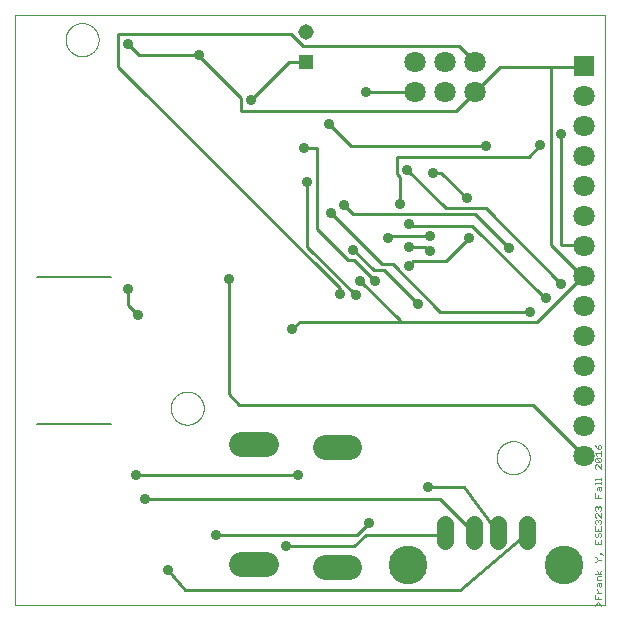
<source format=gbl>
G75*
%MOIN*%
%OFA0B0*%
%FSLAX25Y25*%
%IPPOS*%
%LPD*%
%AMOC8*
5,1,8,0,0,1.08239X$1,22.5*
%
%ADD10C,0.00200*%
%ADD11C,0.00000*%
%ADD12C,0.05600*%
%ADD13C,0.12900*%
%ADD14C,0.07087*%
%ADD15R,0.07087X0.07087*%
%ADD16C,0.00500*%
%ADD17R,0.05150X0.05150*%
%ADD18C,0.05150*%
%ADD19C,0.08268*%
%ADD20C,0.01000*%
%ADD21C,0.03600*%
%ADD22C,0.03562*%
D10*
X0204438Y0032628D02*
X0205539Y0034095D01*
X0206640Y0032628D01*
X0206640Y0034837D02*
X0204438Y0034837D01*
X0204438Y0036305D01*
X0205172Y0037047D02*
X0206640Y0037047D01*
X0205906Y0037047D02*
X0205172Y0037781D01*
X0205172Y0038148D01*
X0205172Y0039256D02*
X0205172Y0039990D01*
X0205539Y0040357D01*
X0206640Y0040357D01*
X0206640Y0039256D01*
X0206273Y0038889D01*
X0205906Y0039256D01*
X0205906Y0040357D01*
X0205172Y0041099D02*
X0205172Y0042200D01*
X0205539Y0042567D01*
X0206640Y0042567D01*
X0206640Y0043309D02*
X0204438Y0043309D01*
X0205172Y0044410D02*
X0205906Y0043309D01*
X0206640Y0044410D01*
X0206640Y0041099D02*
X0205172Y0041099D01*
X0205539Y0035571D02*
X0205539Y0034837D01*
X0204805Y0047360D02*
X0205539Y0048094D01*
X0206640Y0048094D01*
X0205539Y0048094D02*
X0204805Y0048828D01*
X0204438Y0048828D01*
X0204438Y0047360D02*
X0204805Y0047360D01*
X0206273Y0049937D02*
X0206640Y0049937D01*
X0206640Y0050304D01*
X0206273Y0050304D01*
X0206273Y0049937D01*
X0206640Y0050304D02*
X0207374Y0049570D01*
X0206640Y0053253D02*
X0204438Y0053253D01*
X0204438Y0054721D01*
X0204805Y0055463D02*
X0205172Y0055463D01*
X0205539Y0055830D01*
X0205539Y0056564D01*
X0205906Y0056931D01*
X0206273Y0056931D01*
X0206640Y0056564D01*
X0206640Y0055830D01*
X0206273Y0055463D01*
X0206640Y0054721D02*
X0206640Y0053253D01*
X0205539Y0053253D02*
X0205539Y0053987D01*
X0204805Y0055463D02*
X0204438Y0055830D01*
X0204438Y0056564D01*
X0204805Y0056931D01*
X0204438Y0057673D02*
X0206640Y0057673D01*
X0206640Y0059141D01*
X0206273Y0059883D02*
X0206640Y0060250D01*
X0206640Y0060984D01*
X0206273Y0061351D01*
X0205906Y0061351D01*
X0205539Y0060984D01*
X0205539Y0060617D01*
X0205539Y0060984D02*
X0205172Y0061351D01*
X0204805Y0061351D01*
X0204438Y0060984D01*
X0204438Y0060250D01*
X0204805Y0059883D01*
X0204438Y0059141D02*
X0204438Y0057673D01*
X0205539Y0057673D02*
X0205539Y0058407D01*
X0204805Y0062093D02*
X0204438Y0062460D01*
X0204438Y0063194D01*
X0204805Y0063561D01*
X0205172Y0063561D01*
X0206640Y0062093D01*
X0206640Y0063561D01*
X0206273Y0064303D02*
X0206640Y0064669D01*
X0206640Y0065403D01*
X0206273Y0065770D01*
X0205906Y0065770D01*
X0205539Y0065403D01*
X0205539Y0065036D01*
X0205539Y0065403D02*
X0205172Y0065770D01*
X0204805Y0065770D01*
X0204438Y0065403D01*
X0204438Y0064669D01*
X0204805Y0064303D01*
X0204438Y0068722D02*
X0204438Y0070190D01*
X0205539Y0069456D02*
X0205539Y0068722D01*
X0206640Y0068722D02*
X0204438Y0068722D01*
X0205172Y0071299D02*
X0205172Y0072033D01*
X0205539Y0072400D01*
X0206640Y0072400D01*
X0206640Y0071299D01*
X0206273Y0070932D01*
X0205906Y0071299D01*
X0205906Y0072400D01*
X0206640Y0073142D02*
X0206640Y0073876D01*
X0206640Y0073509D02*
X0204438Y0073509D01*
X0204438Y0073142D01*
X0204438Y0074615D02*
X0204438Y0074982D01*
X0206640Y0074982D01*
X0206640Y0074615D02*
X0206640Y0075349D01*
X0206640Y0078298D02*
X0205172Y0079766D01*
X0204805Y0079766D01*
X0204438Y0079399D01*
X0204438Y0078665D01*
X0204805Y0078298D01*
X0206640Y0078298D02*
X0206640Y0079766D01*
X0206273Y0080508D02*
X0204805Y0081976D01*
X0206273Y0081976D01*
X0206640Y0081609D01*
X0206640Y0080875D01*
X0206273Y0080508D01*
X0204805Y0080508D01*
X0204438Y0080875D01*
X0204438Y0081609D01*
X0204805Y0081976D01*
X0205172Y0082718D02*
X0204438Y0083452D01*
X0206640Y0083452D01*
X0206640Y0082718D02*
X0206640Y0084186D01*
X0206273Y0084928D02*
X0206640Y0085295D01*
X0206640Y0086029D01*
X0206273Y0086396D01*
X0205906Y0086396D01*
X0205539Y0086029D01*
X0205539Y0084928D01*
X0206273Y0084928D01*
X0205539Y0084928D02*
X0204805Y0085662D01*
X0204438Y0086396D01*
D11*
X0011150Y0032803D02*
X0011150Y0229654D01*
X0208000Y0229654D01*
X0208000Y0032803D01*
X0011150Y0032803D01*
X0063118Y0098551D02*
X0063120Y0098699D01*
X0063126Y0098847D01*
X0063136Y0098995D01*
X0063150Y0099142D01*
X0063168Y0099289D01*
X0063189Y0099435D01*
X0063215Y0099581D01*
X0063245Y0099726D01*
X0063278Y0099870D01*
X0063316Y0100013D01*
X0063357Y0100155D01*
X0063402Y0100296D01*
X0063450Y0100436D01*
X0063503Y0100575D01*
X0063559Y0100712D01*
X0063619Y0100847D01*
X0063682Y0100981D01*
X0063749Y0101113D01*
X0063820Y0101243D01*
X0063894Y0101371D01*
X0063971Y0101497D01*
X0064052Y0101621D01*
X0064136Y0101743D01*
X0064223Y0101862D01*
X0064314Y0101979D01*
X0064408Y0102094D01*
X0064504Y0102206D01*
X0064604Y0102316D01*
X0064706Y0102422D01*
X0064812Y0102526D01*
X0064920Y0102627D01*
X0065031Y0102725D01*
X0065144Y0102821D01*
X0065260Y0102913D01*
X0065378Y0103002D01*
X0065499Y0103087D01*
X0065622Y0103170D01*
X0065747Y0103249D01*
X0065874Y0103325D01*
X0066003Y0103397D01*
X0066134Y0103466D01*
X0066267Y0103531D01*
X0066402Y0103592D01*
X0066538Y0103650D01*
X0066675Y0103705D01*
X0066814Y0103755D01*
X0066955Y0103802D01*
X0067096Y0103845D01*
X0067239Y0103885D01*
X0067383Y0103920D01*
X0067527Y0103952D01*
X0067673Y0103979D01*
X0067819Y0104003D01*
X0067966Y0104023D01*
X0068113Y0104039D01*
X0068260Y0104051D01*
X0068408Y0104059D01*
X0068556Y0104063D01*
X0068704Y0104063D01*
X0068852Y0104059D01*
X0069000Y0104051D01*
X0069147Y0104039D01*
X0069294Y0104023D01*
X0069441Y0104003D01*
X0069587Y0103979D01*
X0069733Y0103952D01*
X0069877Y0103920D01*
X0070021Y0103885D01*
X0070164Y0103845D01*
X0070305Y0103802D01*
X0070446Y0103755D01*
X0070585Y0103705D01*
X0070722Y0103650D01*
X0070858Y0103592D01*
X0070993Y0103531D01*
X0071126Y0103466D01*
X0071257Y0103397D01*
X0071386Y0103325D01*
X0071513Y0103249D01*
X0071638Y0103170D01*
X0071761Y0103087D01*
X0071882Y0103002D01*
X0072000Y0102913D01*
X0072116Y0102821D01*
X0072229Y0102725D01*
X0072340Y0102627D01*
X0072448Y0102526D01*
X0072554Y0102422D01*
X0072656Y0102316D01*
X0072756Y0102206D01*
X0072852Y0102094D01*
X0072946Y0101979D01*
X0073037Y0101862D01*
X0073124Y0101743D01*
X0073208Y0101621D01*
X0073289Y0101497D01*
X0073366Y0101371D01*
X0073440Y0101243D01*
X0073511Y0101113D01*
X0073578Y0100981D01*
X0073641Y0100847D01*
X0073701Y0100712D01*
X0073757Y0100575D01*
X0073810Y0100436D01*
X0073858Y0100296D01*
X0073903Y0100155D01*
X0073944Y0100013D01*
X0073982Y0099870D01*
X0074015Y0099726D01*
X0074045Y0099581D01*
X0074071Y0099435D01*
X0074092Y0099289D01*
X0074110Y0099142D01*
X0074124Y0098995D01*
X0074134Y0098847D01*
X0074140Y0098699D01*
X0074142Y0098551D01*
X0074140Y0098403D01*
X0074134Y0098255D01*
X0074124Y0098107D01*
X0074110Y0097960D01*
X0074092Y0097813D01*
X0074071Y0097667D01*
X0074045Y0097521D01*
X0074015Y0097376D01*
X0073982Y0097232D01*
X0073944Y0097089D01*
X0073903Y0096947D01*
X0073858Y0096806D01*
X0073810Y0096666D01*
X0073757Y0096527D01*
X0073701Y0096390D01*
X0073641Y0096255D01*
X0073578Y0096121D01*
X0073511Y0095989D01*
X0073440Y0095859D01*
X0073366Y0095731D01*
X0073289Y0095605D01*
X0073208Y0095481D01*
X0073124Y0095359D01*
X0073037Y0095240D01*
X0072946Y0095123D01*
X0072852Y0095008D01*
X0072756Y0094896D01*
X0072656Y0094786D01*
X0072554Y0094680D01*
X0072448Y0094576D01*
X0072340Y0094475D01*
X0072229Y0094377D01*
X0072116Y0094281D01*
X0072000Y0094189D01*
X0071882Y0094100D01*
X0071761Y0094015D01*
X0071638Y0093932D01*
X0071513Y0093853D01*
X0071386Y0093777D01*
X0071257Y0093705D01*
X0071126Y0093636D01*
X0070993Y0093571D01*
X0070858Y0093510D01*
X0070722Y0093452D01*
X0070585Y0093397D01*
X0070446Y0093347D01*
X0070305Y0093300D01*
X0070164Y0093257D01*
X0070021Y0093217D01*
X0069877Y0093182D01*
X0069733Y0093150D01*
X0069587Y0093123D01*
X0069441Y0093099D01*
X0069294Y0093079D01*
X0069147Y0093063D01*
X0069000Y0093051D01*
X0068852Y0093043D01*
X0068704Y0093039D01*
X0068556Y0093039D01*
X0068408Y0093043D01*
X0068260Y0093051D01*
X0068113Y0093063D01*
X0067966Y0093079D01*
X0067819Y0093099D01*
X0067673Y0093123D01*
X0067527Y0093150D01*
X0067383Y0093182D01*
X0067239Y0093217D01*
X0067096Y0093257D01*
X0066955Y0093300D01*
X0066814Y0093347D01*
X0066675Y0093397D01*
X0066538Y0093452D01*
X0066402Y0093510D01*
X0066267Y0093571D01*
X0066134Y0093636D01*
X0066003Y0093705D01*
X0065874Y0093777D01*
X0065747Y0093853D01*
X0065622Y0093932D01*
X0065499Y0094015D01*
X0065378Y0094100D01*
X0065260Y0094189D01*
X0065144Y0094281D01*
X0065031Y0094377D01*
X0064920Y0094475D01*
X0064812Y0094576D01*
X0064706Y0094680D01*
X0064604Y0094786D01*
X0064504Y0094896D01*
X0064408Y0095008D01*
X0064314Y0095123D01*
X0064223Y0095240D01*
X0064136Y0095359D01*
X0064052Y0095481D01*
X0063971Y0095605D01*
X0063894Y0095731D01*
X0063820Y0095859D01*
X0063749Y0095989D01*
X0063682Y0096121D01*
X0063619Y0096255D01*
X0063559Y0096390D01*
X0063503Y0096527D01*
X0063450Y0096666D01*
X0063402Y0096806D01*
X0063357Y0096947D01*
X0063316Y0097089D01*
X0063278Y0097232D01*
X0063245Y0097376D01*
X0063215Y0097521D01*
X0063189Y0097667D01*
X0063168Y0097813D01*
X0063150Y0097960D01*
X0063136Y0098107D01*
X0063126Y0098255D01*
X0063120Y0098403D01*
X0063118Y0098551D01*
X0028079Y0221386D02*
X0028081Y0221534D01*
X0028087Y0221682D01*
X0028097Y0221830D01*
X0028111Y0221977D01*
X0028129Y0222124D01*
X0028150Y0222270D01*
X0028176Y0222416D01*
X0028206Y0222561D01*
X0028239Y0222705D01*
X0028277Y0222848D01*
X0028318Y0222990D01*
X0028363Y0223131D01*
X0028411Y0223271D01*
X0028464Y0223410D01*
X0028520Y0223547D01*
X0028580Y0223682D01*
X0028643Y0223816D01*
X0028710Y0223948D01*
X0028781Y0224078D01*
X0028855Y0224206D01*
X0028932Y0224332D01*
X0029013Y0224456D01*
X0029097Y0224578D01*
X0029184Y0224697D01*
X0029275Y0224814D01*
X0029369Y0224929D01*
X0029465Y0225041D01*
X0029565Y0225151D01*
X0029667Y0225257D01*
X0029773Y0225361D01*
X0029881Y0225462D01*
X0029992Y0225560D01*
X0030105Y0225656D01*
X0030221Y0225748D01*
X0030339Y0225837D01*
X0030460Y0225922D01*
X0030583Y0226005D01*
X0030708Y0226084D01*
X0030835Y0226160D01*
X0030964Y0226232D01*
X0031095Y0226301D01*
X0031228Y0226366D01*
X0031363Y0226427D01*
X0031499Y0226485D01*
X0031636Y0226540D01*
X0031775Y0226590D01*
X0031916Y0226637D01*
X0032057Y0226680D01*
X0032200Y0226720D01*
X0032344Y0226755D01*
X0032488Y0226787D01*
X0032634Y0226814D01*
X0032780Y0226838D01*
X0032927Y0226858D01*
X0033074Y0226874D01*
X0033221Y0226886D01*
X0033369Y0226894D01*
X0033517Y0226898D01*
X0033665Y0226898D01*
X0033813Y0226894D01*
X0033961Y0226886D01*
X0034108Y0226874D01*
X0034255Y0226858D01*
X0034402Y0226838D01*
X0034548Y0226814D01*
X0034694Y0226787D01*
X0034838Y0226755D01*
X0034982Y0226720D01*
X0035125Y0226680D01*
X0035266Y0226637D01*
X0035407Y0226590D01*
X0035546Y0226540D01*
X0035683Y0226485D01*
X0035819Y0226427D01*
X0035954Y0226366D01*
X0036087Y0226301D01*
X0036218Y0226232D01*
X0036347Y0226160D01*
X0036474Y0226084D01*
X0036599Y0226005D01*
X0036722Y0225922D01*
X0036843Y0225837D01*
X0036961Y0225748D01*
X0037077Y0225656D01*
X0037190Y0225560D01*
X0037301Y0225462D01*
X0037409Y0225361D01*
X0037515Y0225257D01*
X0037617Y0225151D01*
X0037717Y0225041D01*
X0037813Y0224929D01*
X0037907Y0224814D01*
X0037998Y0224697D01*
X0038085Y0224578D01*
X0038169Y0224456D01*
X0038250Y0224332D01*
X0038327Y0224206D01*
X0038401Y0224078D01*
X0038472Y0223948D01*
X0038539Y0223816D01*
X0038602Y0223682D01*
X0038662Y0223547D01*
X0038718Y0223410D01*
X0038771Y0223271D01*
X0038819Y0223131D01*
X0038864Y0222990D01*
X0038905Y0222848D01*
X0038943Y0222705D01*
X0038976Y0222561D01*
X0039006Y0222416D01*
X0039032Y0222270D01*
X0039053Y0222124D01*
X0039071Y0221977D01*
X0039085Y0221830D01*
X0039095Y0221682D01*
X0039101Y0221534D01*
X0039103Y0221386D01*
X0039101Y0221238D01*
X0039095Y0221090D01*
X0039085Y0220942D01*
X0039071Y0220795D01*
X0039053Y0220648D01*
X0039032Y0220502D01*
X0039006Y0220356D01*
X0038976Y0220211D01*
X0038943Y0220067D01*
X0038905Y0219924D01*
X0038864Y0219782D01*
X0038819Y0219641D01*
X0038771Y0219501D01*
X0038718Y0219362D01*
X0038662Y0219225D01*
X0038602Y0219090D01*
X0038539Y0218956D01*
X0038472Y0218824D01*
X0038401Y0218694D01*
X0038327Y0218566D01*
X0038250Y0218440D01*
X0038169Y0218316D01*
X0038085Y0218194D01*
X0037998Y0218075D01*
X0037907Y0217958D01*
X0037813Y0217843D01*
X0037717Y0217731D01*
X0037617Y0217621D01*
X0037515Y0217515D01*
X0037409Y0217411D01*
X0037301Y0217310D01*
X0037190Y0217212D01*
X0037077Y0217116D01*
X0036961Y0217024D01*
X0036843Y0216935D01*
X0036722Y0216850D01*
X0036599Y0216767D01*
X0036474Y0216688D01*
X0036347Y0216612D01*
X0036218Y0216540D01*
X0036087Y0216471D01*
X0035954Y0216406D01*
X0035819Y0216345D01*
X0035683Y0216287D01*
X0035546Y0216232D01*
X0035407Y0216182D01*
X0035266Y0216135D01*
X0035125Y0216092D01*
X0034982Y0216052D01*
X0034838Y0216017D01*
X0034694Y0215985D01*
X0034548Y0215958D01*
X0034402Y0215934D01*
X0034255Y0215914D01*
X0034108Y0215898D01*
X0033961Y0215886D01*
X0033813Y0215878D01*
X0033665Y0215874D01*
X0033517Y0215874D01*
X0033369Y0215878D01*
X0033221Y0215886D01*
X0033074Y0215898D01*
X0032927Y0215914D01*
X0032780Y0215934D01*
X0032634Y0215958D01*
X0032488Y0215985D01*
X0032344Y0216017D01*
X0032200Y0216052D01*
X0032057Y0216092D01*
X0031916Y0216135D01*
X0031775Y0216182D01*
X0031636Y0216232D01*
X0031499Y0216287D01*
X0031363Y0216345D01*
X0031228Y0216406D01*
X0031095Y0216471D01*
X0030964Y0216540D01*
X0030835Y0216612D01*
X0030708Y0216688D01*
X0030583Y0216767D01*
X0030460Y0216850D01*
X0030339Y0216935D01*
X0030221Y0217024D01*
X0030105Y0217116D01*
X0029992Y0217212D01*
X0029881Y0217310D01*
X0029773Y0217411D01*
X0029667Y0217515D01*
X0029565Y0217621D01*
X0029465Y0217731D01*
X0029369Y0217843D01*
X0029275Y0217958D01*
X0029184Y0218075D01*
X0029097Y0218194D01*
X0029013Y0218316D01*
X0028932Y0218440D01*
X0028855Y0218566D01*
X0028781Y0218694D01*
X0028710Y0218824D01*
X0028643Y0218956D01*
X0028580Y0219090D01*
X0028520Y0219225D01*
X0028464Y0219362D01*
X0028411Y0219501D01*
X0028363Y0219641D01*
X0028318Y0219782D01*
X0028277Y0219924D01*
X0028239Y0220067D01*
X0028206Y0220211D01*
X0028176Y0220356D01*
X0028150Y0220502D01*
X0028129Y0220648D01*
X0028111Y0220795D01*
X0028097Y0220942D01*
X0028087Y0221090D01*
X0028081Y0221238D01*
X0028079Y0221386D01*
X0171779Y0082016D02*
X0171781Y0082164D01*
X0171787Y0082312D01*
X0171797Y0082460D01*
X0171811Y0082607D01*
X0171829Y0082754D01*
X0171850Y0082900D01*
X0171876Y0083046D01*
X0171906Y0083191D01*
X0171939Y0083335D01*
X0171977Y0083478D01*
X0172018Y0083620D01*
X0172063Y0083761D01*
X0172111Y0083901D01*
X0172164Y0084040D01*
X0172220Y0084177D01*
X0172280Y0084312D01*
X0172343Y0084446D01*
X0172410Y0084578D01*
X0172481Y0084708D01*
X0172555Y0084836D01*
X0172632Y0084962D01*
X0172713Y0085086D01*
X0172797Y0085208D01*
X0172884Y0085327D01*
X0172975Y0085444D01*
X0173069Y0085559D01*
X0173165Y0085671D01*
X0173265Y0085781D01*
X0173367Y0085887D01*
X0173473Y0085991D01*
X0173581Y0086092D01*
X0173692Y0086190D01*
X0173805Y0086286D01*
X0173921Y0086378D01*
X0174039Y0086467D01*
X0174160Y0086552D01*
X0174283Y0086635D01*
X0174408Y0086714D01*
X0174535Y0086790D01*
X0174664Y0086862D01*
X0174795Y0086931D01*
X0174928Y0086996D01*
X0175063Y0087057D01*
X0175199Y0087115D01*
X0175336Y0087170D01*
X0175475Y0087220D01*
X0175616Y0087267D01*
X0175757Y0087310D01*
X0175900Y0087350D01*
X0176044Y0087385D01*
X0176188Y0087417D01*
X0176334Y0087444D01*
X0176480Y0087468D01*
X0176627Y0087488D01*
X0176774Y0087504D01*
X0176921Y0087516D01*
X0177069Y0087524D01*
X0177217Y0087528D01*
X0177365Y0087528D01*
X0177513Y0087524D01*
X0177661Y0087516D01*
X0177808Y0087504D01*
X0177955Y0087488D01*
X0178102Y0087468D01*
X0178248Y0087444D01*
X0178394Y0087417D01*
X0178538Y0087385D01*
X0178682Y0087350D01*
X0178825Y0087310D01*
X0178966Y0087267D01*
X0179107Y0087220D01*
X0179246Y0087170D01*
X0179383Y0087115D01*
X0179519Y0087057D01*
X0179654Y0086996D01*
X0179787Y0086931D01*
X0179918Y0086862D01*
X0180047Y0086790D01*
X0180174Y0086714D01*
X0180299Y0086635D01*
X0180422Y0086552D01*
X0180543Y0086467D01*
X0180661Y0086378D01*
X0180777Y0086286D01*
X0180890Y0086190D01*
X0181001Y0086092D01*
X0181109Y0085991D01*
X0181215Y0085887D01*
X0181317Y0085781D01*
X0181417Y0085671D01*
X0181513Y0085559D01*
X0181607Y0085444D01*
X0181698Y0085327D01*
X0181785Y0085208D01*
X0181869Y0085086D01*
X0181950Y0084962D01*
X0182027Y0084836D01*
X0182101Y0084708D01*
X0182172Y0084578D01*
X0182239Y0084446D01*
X0182302Y0084312D01*
X0182362Y0084177D01*
X0182418Y0084040D01*
X0182471Y0083901D01*
X0182519Y0083761D01*
X0182564Y0083620D01*
X0182605Y0083478D01*
X0182643Y0083335D01*
X0182676Y0083191D01*
X0182706Y0083046D01*
X0182732Y0082900D01*
X0182753Y0082754D01*
X0182771Y0082607D01*
X0182785Y0082460D01*
X0182795Y0082312D01*
X0182801Y0082164D01*
X0182803Y0082016D01*
X0182801Y0081868D01*
X0182795Y0081720D01*
X0182785Y0081572D01*
X0182771Y0081425D01*
X0182753Y0081278D01*
X0182732Y0081132D01*
X0182706Y0080986D01*
X0182676Y0080841D01*
X0182643Y0080697D01*
X0182605Y0080554D01*
X0182564Y0080412D01*
X0182519Y0080271D01*
X0182471Y0080131D01*
X0182418Y0079992D01*
X0182362Y0079855D01*
X0182302Y0079720D01*
X0182239Y0079586D01*
X0182172Y0079454D01*
X0182101Y0079324D01*
X0182027Y0079196D01*
X0181950Y0079070D01*
X0181869Y0078946D01*
X0181785Y0078824D01*
X0181698Y0078705D01*
X0181607Y0078588D01*
X0181513Y0078473D01*
X0181417Y0078361D01*
X0181317Y0078251D01*
X0181215Y0078145D01*
X0181109Y0078041D01*
X0181001Y0077940D01*
X0180890Y0077842D01*
X0180777Y0077746D01*
X0180661Y0077654D01*
X0180543Y0077565D01*
X0180422Y0077480D01*
X0180299Y0077397D01*
X0180174Y0077318D01*
X0180047Y0077242D01*
X0179918Y0077170D01*
X0179787Y0077101D01*
X0179654Y0077036D01*
X0179519Y0076975D01*
X0179383Y0076917D01*
X0179246Y0076862D01*
X0179107Y0076812D01*
X0178966Y0076765D01*
X0178825Y0076722D01*
X0178682Y0076682D01*
X0178538Y0076647D01*
X0178394Y0076615D01*
X0178248Y0076588D01*
X0178102Y0076564D01*
X0177955Y0076544D01*
X0177808Y0076528D01*
X0177661Y0076516D01*
X0177513Y0076508D01*
X0177365Y0076504D01*
X0177217Y0076504D01*
X0177069Y0076508D01*
X0176921Y0076516D01*
X0176774Y0076528D01*
X0176627Y0076544D01*
X0176480Y0076564D01*
X0176334Y0076588D01*
X0176188Y0076615D01*
X0176044Y0076647D01*
X0175900Y0076682D01*
X0175757Y0076722D01*
X0175616Y0076765D01*
X0175475Y0076812D01*
X0175336Y0076862D01*
X0175199Y0076917D01*
X0175063Y0076975D01*
X0174928Y0077036D01*
X0174795Y0077101D01*
X0174664Y0077170D01*
X0174535Y0077242D01*
X0174408Y0077318D01*
X0174283Y0077397D01*
X0174160Y0077480D01*
X0174039Y0077565D01*
X0173921Y0077654D01*
X0173805Y0077746D01*
X0173692Y0077842D01*
X0173581Y0077940D01*
X0173473Y0078041D01*
X0173367Y0078145D01*
X0173265Y0078251D01*
X0173165Y0078361D01*
X0173069Y0078473D01*
X0172975Y0078588D01*
X0172884Y0078705D01*
X0172797Y0078824D01*
X0172713Y0078946D01*
X0172632Y0079070D01*
X0172555Y0079196D01*
X0172481Y0079324D01*
X0172410Y0079454D01*
X0172343Y0079586D01*
X0172280Y0079720D01*
X0172220Y0079855D01*
X0172164Y0079992D01*
X0172111Y0080131D01*
X0172063Y0080271D01*
X0172018Y0080412D01*
X0171977Y0080554D01*
X0171939Y0080697D01*
X0171906Y0080841D01*
X0171876Y0080986D01*
X0171850Y0081132D01*
X0171829Y0081278D01*
X0171811Y0081425D01*
X0171797Y0081572D01*
X0171787Y0081720D01*
X0171781Y0081868D01*
X0171779Y0082016D01*
D12*
X0172173Y0059776D02*
X0172173Y0054176D01*
X0164299Y0054176D02*
X0164299Y0059776D01*
X0154457Y0059776D02*
X0154457Y0054176D01*
X0182016Y0054176D02*
X0182016Y0059776D01*
D13*
X0194220Y0046307D03*
X0142252Y0046307D03*
D14*
X0200756Y0082567D03*
X0200756Y0092567D03*
X0200756Y0102567D03*
X0200756Y0112567D03*
X0200756Y0122567D03*
X0200756Y0132567D03*
X0200756Y0142567D03*
X0200756Y0152567D03*
X0200756Y0162567D03*
X0200756Y0172567D03*
X0200756Y0182567D03*
X0200756Y0192567D03*
X0200756Y0202567D03*
X0164457Y0203984D03*
X0164457Y0213984D03*
X0154457Y0213984D03*
X0154457Y0203984D03*
X0144457Y0203984D03*
X0144457Y0213984D03*
D15*
X0200756Y0212567D03*
D16*
X0043197Y0142134D02*
X0018394Y0142134D01*
X0018394Y0093315D02*
X0043197Y0093315D01*
D17*
X0108315Y0213945D03*
D18*
X0108315Y0223945D03*
D19*
X0094732Y0086465D02*
X0086465Y0086465D01*
X0114417Y0085677D02*
X0122685Y0085677D01*
X0122685Y0045677D02*
X0114417Y0045677D01*
X0094732Y0046465D02*
X0086465Y0046465D01*
D20*
X0078079Y0056425D02*
X0125323Y0056425D01*
X0129260Y0060362D01*
X0128276Y0056425D02*
X0124339Y0052488D01*
X0101701Y0052488D01*
X0105638Y0076110D02*
X0051504Y0076110D01*
X0054457Y0068236D02*
X0153039Y0068236D01*
X0164299Y0056976D01*
X0172173Y0056976D02*
X0160913Y0072173D01*
X0148945Y0072173D01*
X0154457Y0056976D02*
X0153866Y0056425D01*
X0128276Y0056425D01*
X0159417Y0037921D02*
X0067843Y0037921D01*
X0062331Y0044614D01*
X0085953Y0099732D02*
X0183886Y0099732D01*
X0200618Y0083000D01*
X0200756Y0082567D01*
X0182016Y0056976D02*
X0159417Y0037921D01*
X0085953Y0099732D02*
X0082409Y0103276D01*
X0082409Y0141563D01*
X0103669Y0124831D02*
X0106130Y0127291D01*
X0139594Y0127291D01*
X0139594Y0127783D01*
X0126307Y0141071D01*
X0131228Y0141071D02*
X0124339Y0147961D01*
X0122370Y0147961D01*
X0112035Y0158295D01*
X0112035Y0185362D01*
X0107606Y0185362D01*
X0108591Y0174043D02*
X0108591Y0152390D01*
X0124831Y0136150D01*
X0119417Y0136642D02*
X0119417Y0138610D01*
X0045598Y0212429D01*
X0045598Y0223256D01*
X0103177Y0223256D01*
X0107114Y0219319D01*
X0159280Y0219319D01*
X0164201Y0214398D01*
X0164457Y0213984D01*
X0173059Y0212429D02*
X0164693Y0204063D01*
X0164457Y0203984D01*
X0164201Y0203571D01*
X0158295Y0197665D01*
X0086445Y0197665D01*
X0086445Y0202094D01*
X0072665Y0215874D01*
X0072665Y0216366D01*
X0052488Y0216366D01*
X0049043Y0219811D01*
X0089890Y0201110D02*
X0102685Y0213906D01*
X0108098Y0213906D01*
X0108315Y0213945D01*
X0115972Y0193236D02*
X0123354Y0185854D01*
X0168138Y0185854D01*
X0182409Y0182409D02*
X0186346Y0186346D01*
X0182409Y0182409D02*
X0138610Y0182409D01*
X0138610Y0176504D01*
X0139594Y0175520D01*
X0139594Y0166661D01*
X0142547Y0159772D02*
X0143039Y0159280D01*
X0163709Y0159280D01*
X0187823Y0135165D01*
X0188315Y0135165D01*
X0193236Y0140087D02*
X0168138Y0165185D01*
X0154850Y0165185D01*
X0142055Y0177980D01*
X0150421Y0176996D02*
X0153374Y0176996D01*
X0161740Y0168630D01*
X0164693Y0163217D02*
X0176012Y0151898D01*
X0164693Y0163217D02*
X0123846Y0163217D01*
X0120894Y0166169D01*
X0116465Y0163709D02*
X0133689Y0146484D01*
X0137134Y0146484D01*
X0152882Y0130736D01*
X0182902Y0130736D01*
X0185362Y0127291D02*
X0200618Y0142547D01*
X0200756Y0142567D01*
X0200126Y0142547D01*
X0189791Y0152882D01*
X0189791Y0212429D01*
X0173059Y0212429D01*
X0189791Y0212429D02*
X0200618Y0212429D01*
X0200756Y0212567D01*
X0193236Y0189791D02*
X0193236Y0152882D01*
X0200618Y0152882D01*
X0200756Y0152567D01*
X0185362Y0127291D02*
X0139594Y0127291D01*
X0145500Y0133197D02*
X0134181Y0144516D01*
X0130736Y0144516D01*
X0123846Y0151406D01*
X0135657Y0155343D02*
X0136150Y0155835D01*
X0149437Y0155835D01*
X0147961Y0152390D02*
X0142547Y0152390D01*
X0144024Y0147469D02*
X0154850Y0147469D01*
X0162724Y0155343D01*
X0149437Y0150913D02*
X0147961Y0152390D01*
X0144024Y0147469D02*
X0142547Y0145992D01*
X0144457Y0203984D02*
X0144024Y0204063D01*
X0128276Y0204063D01*
X0052094Y0129654D02*
X0048945Y0132803D01*
X0048945Y0138315D01*
D21*
X0082409Y0141563D03*
X0103669Y0124831D03*
X0119417Y0136642D03*
X0124831Y0136150D03*
X0126307Y0141071D03*
X0131228Y0141071D03*
X0123846Y0151406D03*
X0116465Y0163709D03*
X0120894Y0166169D03*
X0108591Y0174043D03*
X0107606Y0185362D03*
X0115972Y0193236D03*
X0128276Y0204063D03*
X0142055Y0177980D03*
X0150421Y0176996D03*
X0139594Y0166661D03*
X0142547Y0159772D03*
X0142547Y0152390D03*
X0142547Y0145992D03*
X0149437Y0150913D03*
X0149437Y0155835D03*
X0161740Y0168630D03*
X0162724Y0155343D03*
X0176012Y0151898D03*
X0188315Y0135165D03*
X0193236Y0140087D03*
X0182902Y0130736D03*
X0145500Y0133197D03*
X0135657Y0155343D03*
X0168138Y0185854D03*
X0186346Y0186346D03*
X0193236Y0189791D03*
X0089890Y0201110D03*
X0072665Y0216366D03*
X0049043Y0219811D03*
D22*
X0048945Y0138315D03*
X0052094Y0129654D03*
X0051504Y0076110D03*
X0054457Y0068236D03*
X0062331Y0044614D03*
X0078079Y0056425D03*
X0101701Y0052488D03*
X0105638Y0076110D03*
X0129260Y0060362D03*
X0148945Y0072173D03*
M02*

</source>
